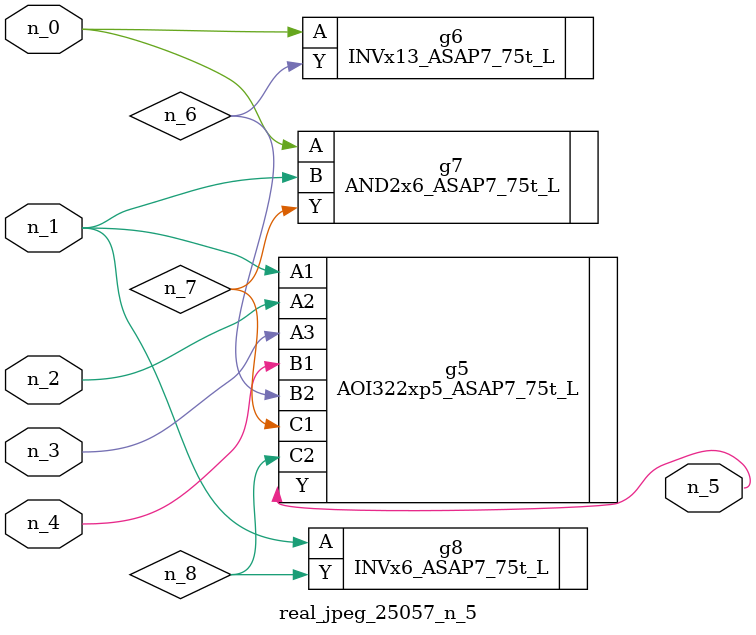
<source format=v>
module real_jpeg_25057_n_5 (n_4, n_0, n_1, n_2, n_3, n_5);

input n_4;
input n_0;
input n_1;
input n_2;
input n_3;

output n_5;

wire n_8;
wire n_6;
wire n_7;

INVx13_ASAP7_75t_L g6 ( 
.A(n_0),
.Y(n_6)
);

AND2x6_ASAP7_75t_L g7 ( 
.A(n_0),
.B(n_1),
.Y(n_7)
);

AOI322xp5_ASAP7_75t_L g5 ( 
.A1(n_1),
.A2(n_2),
.A3(n_3),
.B1(n_4),
.B2(n_6),
.C1(n_7),
.C2(n_8),
.Y(n_5)
);

INVx6_ASAP7_75t_L g8 ( 
.A(n_1),
.Y(n_8)
);


endmodule
</source>
